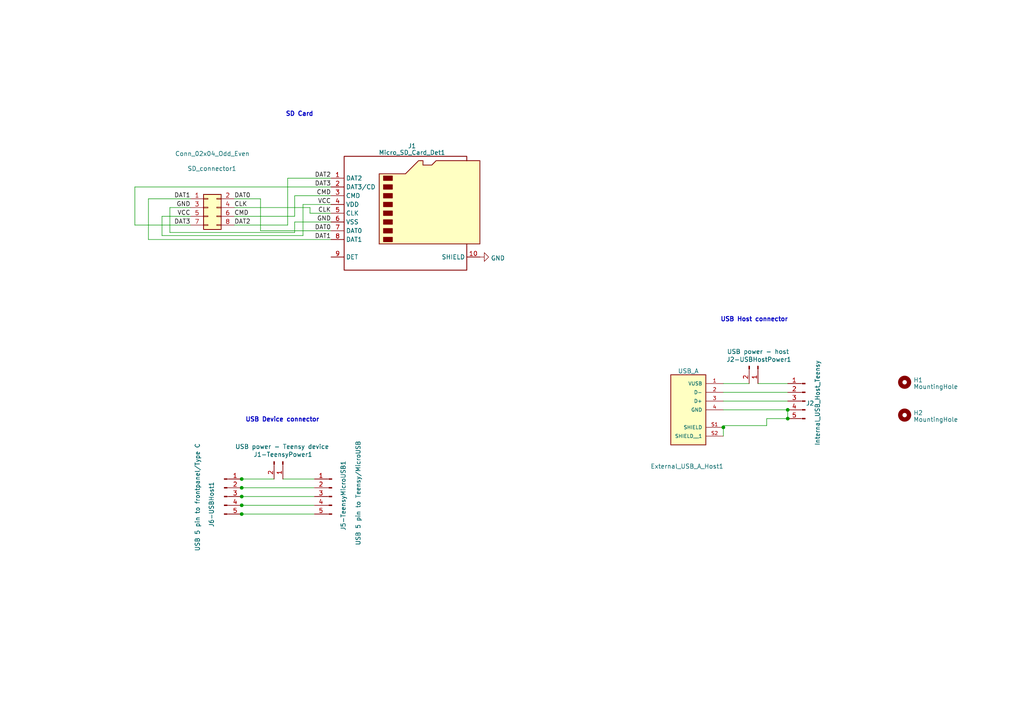
<source format=kicad_sch>
(kicad_sch (version 20230121) (generator eeschema)
  (paper "A4")
  (lib_symbols
    (symbol "Connector:Conn_01x02_Pin" (pin_names (offset 1.016) hide)
      (property "Reference" "J" (at 0 2.54 0))
      (property "Value" "Conn_01x02_Pin" (at 0 -5.08 0))
      (symbol "Conn_01x02_Pin_1_1"
        (polyline (pts (xy 1.27 -2.54) (xy 0.8636 -2.54)) (stroke (width 0.1524)))
        (polyline (pts (xy 1.27 0) (xy 0.8636 0)) (stroke (width 0.1524)))
        (rectangle (start 0.8636 -2.413) (end 0 -2.667) (stroke (width 0.1524)) (fill (type outline)))
        (rectangle (start 0.8636 0.127) (end 0 -0.127) (stroke (width 0.1524)) (fill (type outline)))
        (pin passive line (at 5.08 0 180) (length 3.81) (name "Pin_1") (number "1"))
        (pin passive line (at 5.08 -2.54 180) (length 3.81) (name "Pin_2") (number "2"))
      )
    )
    (symbol "Connector:Conn_01x05_Pin" (pin_names (offset 1.016) hide)
      (property "Reference" "J" (at 0 7.62 0))
      (property "Value" "Conn_01x05_Pin" (at 0 -7.62 0))
      (symbol "Conn_01x05_Pin_1_1"
        (polyline (pts (xy 1.27 -5.08) (xy 0.8636 -5.08)) (stroke (width 0.1524)))
        (polyline (pts (xy 1.27 -2.54) (xy 0.8636 -2.54)) (stroke (width 0.1524)))
        (polyline (pts (xy 1.27 0) (xy 0.8636 0)) (stroke (width 0.1524)))
        (polyline (pts (xy 1.27 2.54) (xy 0.8636 2.54)) (stroke (width 0.1524)))
        (polyline (pts (xy 1.27 5.08) (xy 0.8636 5.08)) (stroke (width 0.1524)))
        (rectangle (start 0.8636 -4.953) (end 0 -5.207) (stroke (width 0.1524)) (fill (type outline)))
        (rectangle (start 0.8636 -2.413) (end 0 -2.667) (stroke (width 0.1524)) (fill (type outline)))
        (rectangle (start 0.8636 0.127) (end 0 -0.127) (stroke (width 0.1524)) (fill (type outline)))
        (rectangle (start 0.8636 2.667) (end 0 2.413) (stroke (width 0.1524)) (fill (type outline)))
        (rectangle (start 0.8636 5.207) (end 0 4.953) (stroke (width 0.1524)) (fill (type outline)))
        (pin passive line (at 5.08 5.08 180) (length 3.81) (name "Pin_1") (number "1"))
        (pin passive line (at 5.08 2.54 180) (length 3.81) (name "Pin_2") (number "2"))
        (pin passive line (at 5.08 0 180) (length 3.81) (name "Pin_3") (number "3"))
        (pin passive line (at 5.08 -2.54 180) (length 3.81) (name "Pin_4") (number "4"))
        (pin passive line (at 5.08 -5.08 180) (length 3.81) (name "Pin_5") (number "5"))
      )
    )
    (symbol "Connector:Micro_SD_Card_Det1"
      (property "Reference" "J" (at -16.51 17.78 0))
      (property "Value" "Micro_SD_Card_Det1" (at 16.51 17.78 0))
      (symbol "Micro_SD_Card_Det1_0_1"
        (rectangle (start -7.62 -6.985) (end -5.08 -8.255) (stroke (width 0.254)) (fill (type outline)))
        (rectangle (start -7.62 -4.445) (end -5.08 -5.715) (stroke (width 0.254)) (fill (type outline)))
        (rectangle (start -7.62 -1.905) (end -5.08 -3.175) (stroke (width 0.254)) (fill (type outline)))
        (rectangle (start -7.62 0.635) (end -5.08 -0.635) (stroke (width 0.254)) (fill (type outline)))
        (rectangle (start -7.62 3.175) (end -5.08 1.905) (stroke (width 0.254)) (fill (type outline)))
        (rectangle (start -7.62 5.715) (end -5.08 4.445) (stroke (width 0.254)) (fill (type outline)))
        (rectangle (start -7.62 8.255) (end -5.08 6.985) (stroke (width 0.254)) (fill (type outline)))
        (rectangle (start -7.62 10.795) (end -5.08 9.525) (stroke (width 0.254)) (fill (type outline)))
        (polyline (pts (xy 16.51 15.24) (xy 16.51 16.51) (xy -19.05 16.51) (xy -19.05 -16.51) (xy 16.51 -16.51) (xy 16.51 -8.89)) (stroke (width 0.254)))
        (polyline (pts (xy -8.89 -8.89) (xy -8.89 11.43) (xy -1.27 11.43) (xy 2.54 15.24) (xy 3.81 15.24) (xy 3.81 13.97) (xy 6.35 13.97) (xy 7.62 15.24) (xy 20.32 15.24) (xy 20.32 -8.89) (xy -8.89 -8.89)) (stroke (width 0.254)) (fill (type background)))
      )
      (symbol "Micro_SD_Card_Det1_1_1"
        (pin bidirectional line (at -22.86 10.16 0) (length 3.81) (name "DAT2") (number "1"))
        (pin passive line (at 20.32 -12.7 180) (length 3.81) (name "SHIELD") (number "10"))
        (pin bidirectional line (at -22.86 7.62 0) (length 3.81) (name "DAT3/CD") (number "2"))
        (pin input line (at -22.86 5.08 0) (length 3.81) (name "CMD") (number "3"))
        (pin power_in line (at -22.86 2.54 0) (length 3.81) (name "VDD") (number "4"))
        (pin input line (at -22.86 0 0) (length 3.81) (name "CLK") (number "5"))
        (pin power_in line (at -22.86 -2.54 0) (length 3.81) (name "VSS") (number "6"))
        (pin bidirectional line (at -22.86 -5.08 0) (length 3.81) (name "DAT0") (number "7"))
        (pin bidirectional line (at -22.86 -7.62 0) (length 3.81) (name "DAT1") (number "8"))
        (pin passive line (at -22.86 -12.7 0) (length 3.81) (name "DET") (number "9"))
      )
    )
    (symbol "Connector_Generic:Conn_02x04_Odd_Even" (pin_names (offset 1.016) hide)
      (property "Reference" "J" (at 1.27 5.08 0))
      (property "Value" "Conn_02x04_Odd_Even" (at 1.27 -7.62 0))
      (symbol "Conn_02x04_Odd_Even_1_1"
        (rectangle (start -1.27 -4.953) (end 0 -5.207) (stroke (width 0.1524)))
        (rectangle (start -1.27 -2.413) (end 0 -2.667) (stroke (width 0.1524)))
        (rectangle (start -1.27 0.127) (end 0 -0.127) (stroke (width 0.1524)))
        (rectangle (start -1.27 2.667) (end 0 2.413) (stroke (width 0.1524)))
        (rectangle (start -1.27 3.81) (end 3.81 -6.35) (stroke (width 0.254)) (fill (type background)))
        (rectangle (start 3.81 -4.953) (end 2.54 -5.207) (stroke (width 0.1524)))
        (rectangle (start 3.81 -2.413) (end 2.54 -2.667) (stroke (width 0.1524)))
        (rectangle (start 3.81 0.127) (end 2.54 -0.127) (stroke (width 0.1524)))
        (rectangle (start 3.81 2.667) (end 2.54 2.413) (stroke (width 0.1524)))
        (pin passive line (at -5.08 2.54 0) (length 3.81) (name "Pin_1") (number "1"))
        (pin passive line (at 7.62 2.54 180) (length 3.81) (name "Pin_2") (number "2"))
        (pin passive line (at -5.08 0 0) (length 3.81) (name "Pin_3") (number "3"))
        (pin passive line (at 7.62 0 180) (length 3.81) (name "Pin_4") (number "4"))
        (pin passive line (at -5.08 -2.54 0) (length 3.81) (name "Pin_5") (number "5"))
        (pin passive line (at 7.62 -2.54 180) (length 3.81) (name "Pin_6") (number "6"))
        (pin passive line (at -5.08 -5.08 0) (length 3.81) (name "Pin_7") (number "7"))
        (pin passive line (at 7.62 -5.08 180) (length 3.81) (name "Pin_8") (number "8"))
      )
    )
    (symbol "Mechanical:MountingHole" (pin_names (offset 1.016))
      (property "Reference" "H" (at 0 5.08 0))
      (property "Value" "MountingHole" (at 0 3.175 0))
      (symbol "MountingHole_0_1"
        (circle (center 0 0) (radius 1.27) (stroke (width 1.27)))
      )
    )
    (symbol "PCM_4ms_Power-symbol:GND" (power) (pin_names (offset 0))
      (property "Value" "GND" (at 0 -3.81 0))
      (symbol "GND_0_1"
        (polyline (pts (xy 0 0) (xy 0 -1.27) (xy 1.27 -1.27) (xy 0 -2.54) (xy -1.27 -1.27) (xy 0 -1.27)))
      )
      (symbol "GND_1_1"
        (pin power_in line (at 0 0 270) (length 0) hide (name "GND") (number "1"))
      )
    )
    (symbol "USB-A1VSB6:USB-A1VSB6" (pin_names (offset 1.016))
      (property "Reference" "J" (at -5.334 8.382 0))
      (property "Value" "USB-A1VSB6" (at -5.08 -15.24 0))
      (symbol "USB-A1VSB6_0_0"
        (rectangle (start -5.08 -12.7) (end 5.08 7.62) (stroke (width 0.254)) (fill (type background)))
        (pin passive line (at -10.16 5.08 0) (length 5.08) (name "VUSB") (number "1"))
        (pin passive line (at -10.16 2.54 0) (length 5.08) (name "D-") (number "2"))
        (pin passive line (at -10.16 0 0) (length 5.08) (name "D+") (number "3"))
        (pin passive line (at -10.16 -2.54 0) (length 5.08) (name "GND") (number "4"))
        (pin passive line (at -10.16 -7.62 0) (length 5.08) (name "SHIELD") (number "S1"))
        (pin passive line (at -10.16 -10.16 0) (length 5.08) (name "SHIELD__1") (number "S2"))
      )
    )
  )
  (junction (at 228.473 118.872))
  (junction (at 228.473 121.412))
  (junction (at 70.104 138.938))
  (junction (at 70.104 141.478))
  (junction (at 209.804 123.952))
  (junction (at 70.104 144.018))
  (junction (at 70.104 149.098))
  (junction (at 70.104 146.558))
  (wire (pts (xy 96.012 66.929) (xy 75.565 66.929)))
  (wire (pts (xy 69.977 149.098) (xy 70.104 149.098)))
  (wire (pts (xy 209.804 116.332) (xy 228.473 116.332)))
  (wire (pts (xy 55.245 65.278) (xy 39.116 65.278)))
  (wire (pts (xy 85.471 64.389) (xy 85.471 67.437)))
  (wire (pts (xy 82.042 138.938) (xy 91.059 138.938)))
  (wire (pts (xy 85.471 62.738) (xy 85.471 56.769)))
  (wire (pts (xy 209.804 113.792) (xy 228.473 113.792)))
  (wire (pts (xy 75.565 57.658) (xy 67.945 57.658)))
  (wire (pts (xy 85.471 67.437) (xy 49.276 67.437)))
  (wire (pts (xy 96.012 64.389) (xy 85.471 64.389)))
  (wire (pts (xy 67.945 65.278) (xy 83.439 65.278)))
  (wire (pts (xy 87.884 68.326) (xy 87.884 59.309)))
  (wire (pts (xy 69.977 141.478) (xy 70.104 141.478)))
  (wire (pts (xy 46.99 68.326) (xy 87.884 68.326)))
  (wire (pts (xy 70.104 141.478) (xy 91.059 141.478)))
  (wire (pts (xy 228.473 118.872) (xy 228.473 121.412)))
  (wire (pts (xy 87.884 59.309) (xy 96.012 59.309)))
  (wire (pts (xy 209.804 118.872) (xy 228.473 118.872)))
  (wire (pts (xy 228.473 121.412) (xy 222.377 121.412)))
  (wire (pts (xy 46.99 62.738) (xy 46.99 68.326)))
  (wire (pts (xy 70.104 146.558) (xy 91.059 146.558)))
  (wire (pts (xy 43.053 57.658) (xy 43.053 69.469)))
  (wire (pts (xy 55.245 57.658) (xy 43.053 57.658)))
  (wire (pts (xy 219.837 111.252) (xy 228.473 111.252)))
  (wire (pts (xy 209.804 123.952) (xy 209.804 126.492)))
  (wire (pts (xy 85.471 56.769) (xy 96.012 56.769)))
  (wire (pts (xy 209.804 123.444) (xy 209.804 123.952)))
  (wire (pts (xy 69.977 146.558) (xy 70.104 146.558)))
  (wire (pts (xy 83.439 65.278) (xy 83.439 51.689)))
  (wire (pts (xy 89.916 60.198) (xy 89.916 61.849)))
  (wire (pts (xy 39.116 65.278) (xy 39.116 54.229)))
  (wire (pts (xy 70.104 138.938) (xy 79.502 138.938)))
  (wire (pts (xy 67.945 60.198) (xy 89.916 60.198)))
  (wire (pts (xy 89.916 61.849) (xy 96.012 61.849)))
  (wire (pts (xy 70.104 149.098) (xy 91.059 149.098)))
  (wire (pts (xy 69.977 144.018) (xy 70.104 144.018)))
  (wire (pts (xy 43.053 69.469) (xy 96.012 69.469)))
  (wire (pts (xy 39.116 54.229) (xy 96.012 54.229)))
  (wire (pts (xy 49.276 60.198) (xy 55.245 60.198)))
  (wire (pts (xy 83.439 51.689) (xy 96.012 51.689)))
  (wire (pts (xy 70.104 144.018) (xy 91.059 144.018)))
  (wire (pts (xy 209.804 111.252) (xy 217.297 111.252)))
  (wire (pts (xy 209.804 123.444) (xy 222.377 123.444)))
  (wire (pts (xy 69.977 138.938) (xy 70.104 138.938)))
  (wire (pts (xy 49.276 67.437) (xy 49.276 60.198)))
  (wire (pts (xy 67.945 62.738) (xy 85.471 62.738)))
  (wire (pts (xy 222.377 121.412) (xy 222.377 123.444)))
  (wire (pts (xy 75.565 66.929) (xy 75.565 57.658)))
  (wire (pts (xy 55.245 62.738) (xy 46.99 62.738)))
  (text "USB Host connector" (at 208.915 93.472 0) (effects (font (size 1.27 1.27) (thickness 0.254) bold) (justify left bottom)))
  (text "SD Card" (at 82.804 33.909 0) (effects (font (size 1.27 1.27) (thickness 0.254) bold) (justify left bottom)))
  (text "USB Device connector" (at 71.12 122.555 0) (effects (font (size 1.27 1.27) (thickness 0.254) bold) (justify left bottom)))
  (label "CLK" (at 67.945 60.198 0))
  (label "DAT1" (at 55.245 57.658 180))
  (label "DAT3" (at 55.245 65.278 180))
  (label "DAT1" (at 96.012 69.469 180))
  (label "DAT2" (at 96.012 51.689 180))
  (label "VCC" (at 96.012 59.309 180))
  (label "VCC" (at 55.245 62.738 180))
  (label "GND" (at 55.245 60.198 180))
  (label "CMD" (at 96.012 56.769 180))
  (label "DAT0" (at 67.945 57.658 0))
  (label "CLK" (at 96.012 61.849 180))
  (label "GND" (at 96.012 64.389 180))
  (label "DAT2" (at 67.945 65.278 0))
  (label "DAT0" (at 96.012 66.929 180))
  (label "CMD" (at 67.945 62.738 0))
  (label "DAT3" (at 96.012 54.229 180))
  (symbol (lib_id "Connector:Micro_SD_Card_Det1") (at 118.872 61.849 0) (unit 1)
    (property "Reference" "J1" (at 119.507 42.3291 0))
    (property "Value" "Micro_SD_Card_Det1" (at 119.507 44.2501 0))
    (property "Footprint" "footprints:PJS008U-3000-0" (effects hide))
    (property "Datasheet" "https://datasheet.lcsc.com/lcsc/2110151630_XKB-Connectivity-XKTF-015-N_C381082.pdf" (effects hide))
  )
  (symbol (lib_id "Connector_Generic:Conn_02x04_Odd_Even") (at 60.325 60.198 0) (unit 1)
    (property "Reference" "SD_connector1" (at 61.468 48.895 0))
    (property "Value" "Conn_02x04_Odd_Even" (at 61.595 44.577 0))
    (property "Footprint" "Connector_PinHeader_2.54mm:PinHeader_2x04_P2.54mm_Vertical" (effects hide))
  )
  (symbol (lib_id "Connector:Conn_01x02_Pin") (at 82.042 133.858 270) (unit 1)
    (property "Reference" "J1-TeensyPower1" (at 73.533 131.826 90) (effects (justify left)))
    (property "Value" "USB power - Teensy device" (at 68.199 129.54 90) (effects (justify left)))
    (property "Footprint" "Connector_PinHeader_2.54mm:PinHeader_1x02_P2.54mm_Vertical" (effects hide))
  )
  (symbol (lib_id "Connector:Conn_01x02_Pin") (at 219.837 106.172 270) (unit 1)
    (property "Reference" "J2-USBHostPower1" (at 210.693 104.267 90) (effects (justify left)))
    (property "Value" "USB power - host" (at 210.82 101.981 90) (effects (justify left)))
    (property "Footprint" "Connector_PinHeader_2.54mm:PinHeader_1x02_P2.54mm_Vertical" (effects hide))
  )
  (symbol (lib_id "Connector:Conn_01x05_Pin") (at 233.553 116.332 0) (mirror y) (unit 1)
    (property "Reference" "J2" (at 234.95 116.967 0))
    (property "Value" "Internal_USB_Host_Teensy" (at 237.109 116.84 90))
    (property "Footprint" "Connector_PinHeader_2.54mm:PinHeader_1x05_P2.54mm_Vertical" (effects hide))
  )
  (symbol (lib_id "Mechanical:MountingHole") (at 262.382 120.396 0) (unit 1)
    (property "Reference" "H2" (at 264.922 119.7523 0) (effects (justify left)))
    (property "Value" "MountingHole" (at 264.922 121.6733 0) (effects (justify left)))
    (property "Footprint" "MountingHole:MountingHole_3.2mm_M3" (effects hide))
  )
  (symbol (lib_id "PCM_4ms_Power-symbol:GND") (at 139.192 74.549 90) (unit 1)
    (property "Reference" "#PWR01" (effects hide))
    (property "Value" "GND" (at 142.367 74.8658 90) (effects (justify right)))
  )
  (symbol (lib_id "Mechanical:MountingHole") (at 262.382 110.871 0) (unit 1)
    (property "Reference" "H1" (at 264.922 110.2273 0) (effects (justify left)))
    (property "Value" "MountingHole" (at 264.922 112.1483 0) (effects (justify left)))
    (property "Footprint" "MountingHole:MountingHole_3.2mm_M3" (effects hide))
  )
  (symbol (lib_id "Connector:Conn_01x05_Pin") (at 65.024 144.018 0) (unit 1)
    (property "Reference" "J6-USBHost1" (at 61.341 139.7 90) (effects (justify right)))
    (property "Value" "USB 5 pin to frontpanel/Type C" (at 57.277 128.524 90) (effects (justify right)))
    (property "Footprint" "Connector_PinHeader_2.54mm:PinHeader_1x05_P2.54mm_Vertical" (effects hide))
  )
  (symbol (lib_id "USB-A1VSB6:USB-A1VSB6") (at 199.644 116.332 0) (mirror y) (unit 1)
    (property "Reference" "External_USB_A_Host1" (at 199.263 135.255 0))
    (property "Value" "USB_A" (at 199.644 107.6231 0))
    (property "Footprint" "USB-A1VSB6:ONSHORE_USB-A1VSB6" (effects hide))
    (property "Datasheet" " ~" (effects hide))
    (property "PARTREV" "D" (effects hide))
    (property "STANDARD" "Manufacturer Recommendation" (effects hide))
    (property "MANUFACTURER" "On Shore Technology" (effects hide))
  )
  (symbol (lib_id "Connector:Conn_01x05_Pin") (at 96.266 144.018 0) (mirror y) (unit 1)
    (property "Reference" "J5-TeensyMicroUSB1" (at 99.568 143.764 90))
    (property "Value" "USB 5 pin to Teensy/MicroUSB" (at 103.886 143.002 90))
    (property "Footprint" "Connector_PinHeader_2.54mm:PinHeader_1x05_P2.54mm_Vertical" (effects hide))
  )
)
</source>
